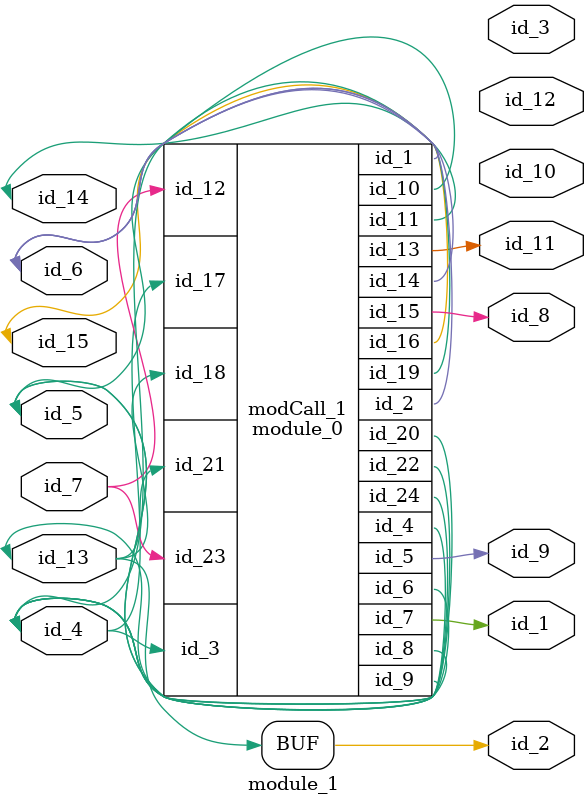
<source format=v>
module module_0 (
    id_1,
    id_2,
    id_3,
    id_4,
    id_5,
    id_6,
    id_7,
    id_8,
    id_9,
    id_10,
    id_11,
    id_12,
    id_13,
    id_14,
    id_15,
    id_16,
    id_17,
    id_18,
    id_19,
    id_20,
    id_21,
    id_22,
    id_23,
    id_24
);
  output wire id_24;
  input wire id_23;
  inout wire id_22;
  input wire id_21;
  inout wire id_20;
  inout wire id_19;
  input wire id_18;
  input wire id_17;
  inout wire id_16;
  output wire id_15;
  inout wire id_14;
  output wire id_13;
  input wire id_12;
  inout wire id_11;
  inout wire id_10;
  inout wire id_9;
  output wire id_8;
  output wire id_7;
  output wire id_6;
  output wire id_5;
  inout wire id_4;
  input wire id_3;
  inout wire id_2;
  inout wire id_1;
endmodule
module module_1 (
    id_1,
    id_2,
    id_3,
    id_4,
    id_5,
    id_6,
    id_7,
    id_8,
    id_9,
    id_10,
    id_11,
    id_12,
    id_13,
    id_14,
    id_15
);
  inout wire id_15;
  inout wire id_14;
  input wire id_13;
  output wire id_12;
  output wire id_11;
  output wire id_10;
  output wire id_9;
  output wire id_8;
  input wire id_7;
  inout wire id_6;
  inout wire id_5;
  inout wire id_4;
  output wire id_3;
  output wire id_2;
  output wire id_1;
  assign id_2 = id_13;
  module_0 modCall_1 (
      id_6,
      id_6,
      id_4,
      id_4,
      id_9,
      id_4,
      id_1,
      id_4,
      id_4,
      id_5,
      id_14,
      id_7,
      id_11,
      id_6,
      id_8,
      id_15,
      id_4,
      id_13,
      id_4,
      id_5,
      id_13,
      id_5,
      id_7,
      id_2
  );
  wire id_16;
  wire id_17;
endmodule

</source>
